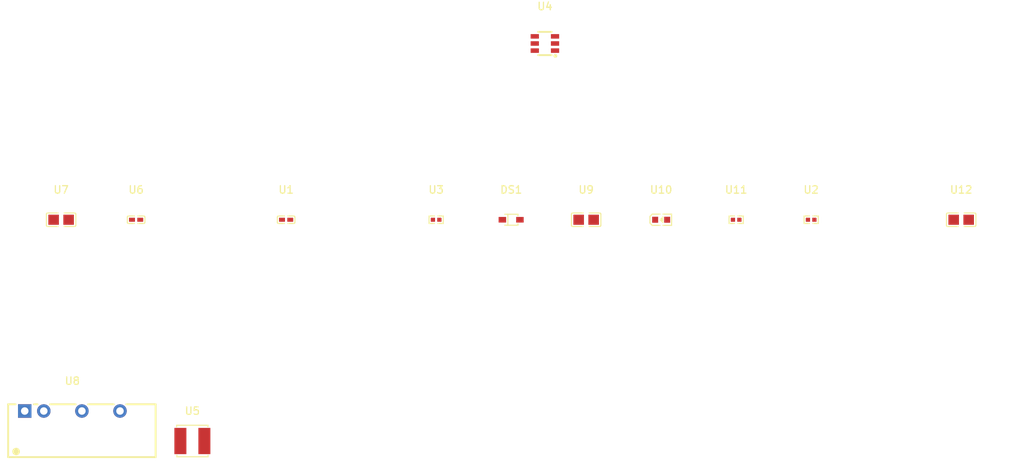
<source format=kicad_pcb>
(kicad_pcb (version 20240108) (generator "pcbnew") (generator_version "8.0")
  (layers (0 "F.Cu" signal) (31 "B.Cu" signal) (34 "B.Paste" user) (35 "F.Paste" user) (36 "B.SilkS" user "B.Silkscreen") (37 "F.SilkS" user "F.Silkscreen") (38 "B.Mask" user) (39 "F.Mask" user) (44 "Edge.Cuts" user))
  (net 0 "")
  (net 1 "gnd-1")
  (net 2 "cathode")
  (net 3 "hv-1")
  (net 4 "cathode-1")
  (net 5 "gnd")
  (net 6 "anode")
  (net 7 "CB")
  (net 8 "hv")
  (net 9 "FB")
  (footprint "atopile:PWRM-TH_BXXXXS-2WR3-d8b2fb" (layer "F.Cu") (at 86.5 90 0)
    (property "Reference" "U8" (at 0 -4 0) (layer "F.SilkS") (hide no))
    (property "Value" "")
    (fp_line (start -8.56 -0.9) (end -8.56 6.15) (stroke (width 0.25)) (layer "F.SilkS"))
    (fp_line (start -8.56 -0.9) (end -7.58 -0.9) (stroke (width 0.25)) (layer "F.SilkS"))
    (fp_line (start -8.56 6.15) (end 11.09 6.15) (stroke (width 0.25)) (layer "F.SilkS"))
    (fp_line (start -5.12 -0.9) (end -4.65 -0.9) (stroke (width 0.25)) (layer "F.SilkS"))
    (fp_line (start -2.97 -0.9) (end 0.43 -0.9) (stroke (width 0.25)) (layer "F.SilkS"))
    (fp_line (start 2.11 -0.9) (end 5.51 -0.9) (stroke (width 0.25)) (layer "F.SilkS"))
    (fp_line (start 7.19 -0.9) (end 11.1 -0.9) (stroke (width 0.25)) (layer "F.SilkS"))
    (fp_line (start 11.1 6.15) (end 11.1 -0.9) (stroke (width 0.25)) (layer "F.SilkS"))
    (fp_circle (center -7.5 5.4) (end -7.25 5.4) (stroke (width 0.5)) (fill none) (layer "F.SilkS"))
    (fp_text user "${REFERENCE}" (at 0 -4 0) (layer "F.SilkS"))
    (pad "1" thru_hole rect (at -6.35 0 0) (size 1.8 1.8) (drill 0.999998) (layers "*.Cu" "*.Mask") (net 3 "hv-1"))
    (pad "2" thru_hole circle (at -3.81 0 0) (size 1.8 1.8) (drill 0.999998) (layers "*.Cu" "*.Mask") (net 5 "gnd"))
    (pad "4" thru_hole circle (at 1.27 0 0) (size 1.8 1.8) (drill 0.999998) (layers "*.Cu" "*.Mask") (net 1 "gnd-1"))
    (pad "6" thru_hole circle (at 6.35 0 0) (size 1.8 1.8) (drill 0.999998) (layers "*.Cu" "*.Mask") (net 6 "anode"))
  )
  (footprint "lib:SOD-323_L1.8-W1.3-LS2.5-RD" (layer "F.Cu") (at 145 64.5 0)
    (property "Reference" "DS1" (at 0 -4 0) (layer "F.SilkS") (hide no))
    (property "Value" "")
    (fp_line (start -0.85 -0.73) (end 0.91 -0.73) (stroke (width 0.15)) (layer "F.SilkS"))
    (fp_line (start -0.85 0.73) (end 0.91 0.73) (stroke (width 0.15)) (layer "F.SilkS"))
    (fp_line (start -0.44 -0.73) (end -0.44 0.73) (stroke (width 0.15)) (layer "F.SilkS"))
    (fp_line (start 0.91 -0.73) (end 0.91 -0.53) (stroke (width 0.15)) (layer "F.SilkS"))
    (fp_line (start 0.91 0.73) (end 0.91 0.52) (stroke (width 0.15)) (layer "F.SilkS"))
    (fp_text user "${REFERENCE}" (at 0 -4 0) (layer "F.SilkS"))
    (pad "1" smd rect (at -1.17 0 0) (size 1 0.75) (layers "F.Cu" "F.Paste" "F.Mask") (net 2 "cathode"))
    (pad "2" smd rect (at 1.17 0 0) (size 1 0.75) (layers "F.Cu" "F.Paste" "F.Mask") (net 5 "gnd"))
  )
  (footprint "lib:LED0603-RD" (layer "F.Cu") (at 165 64.5 0)
    (property "Reference" "U10" (at 0 -4 0) (layer "F.SilkS") (hide no))
    (property "Value" "")
    (fp_line (start -1.49 -0.45) (end -1.19 -0.75) (stroke (width 0.15)) (layer "F.SilkS"))
    (fp_line (start -1.49 -0.35) (end -1.49 -0.45) (stroke (width 0.15)) (layer "F.SilkS"))
    (fp_line (start -1.49 -0.35) (end -1.49 0.35) (stroke (width 0.15)) (layer "F.SilkS"))
    (fp_line (start -1.49 0.35) (end -1.49 0.45) (stroke (width 0.15)) (layer "F.SilkS"))
    (fp_line (start -1.49 0.45) (end -1.19 0.75) (stroke (width 0.15)) (layer "F.SilkS"))
    (fp_line (start -0.14 -0.75) (end -1.19 -0.75) (stroke (width 0.15)) (layer "F.SilkS"))
    (fp_line (start -0.14 0.75) (end -1.19 0.75) (stroke (width 0.15)) (layer "F.SilkS"))
    (fp_line (start 0.21 0.33) (end -0.12 0) (stroke (width 0.15)) (layer "F.SilkS"))
    (fp_line (start 0.22 -0.35) (end 0.22 -0.34) (stroke (width 0.15)) (layer "F.SilkS"))
    (fp_line (start 0.22 -0.35) (end 0.22 0.33) (stroke (width 0.15)) (layer "F.SilkS"))
    (fp_line (start 0.22 -0.34) (end -0.12 0) (stroke (width 0.15)) (layer "F.SilkS"))
    (fp_line (start 0.22 0) (end -0.12 0) (stroke (width 0.15)) (layer "F.SilkS"))
    (fp_line (start 0.22 0.33) (end 0.21 0.33) (stroke (width 0.15)) (layer "F.SilkS"))
    (fp_line (start 0.24 -0.75) (end 1.39 -0.75) (stroke (width 0.15)) (layer "F.SilkS"))
    (fp_line (start 0.24 0.75) (end 1.39 0.75) (stroke (width 0.15)) (layer "F.SilkS"))
    (fp_line (start 1.39 -0.75) (end 1.39 0.73) (stroke (width 0.15)) (layer "F.SilkS"))
    (fp_text user "${REFERENCE}" (at 0 -4 0) (layer "F.SilkS"))
    (pad "1" smd rect (at -0.8 0 90) (size 0.8 0.8) (layers "F.Cu" "F.Paste" "F.Mask") (net 4 "cathode-1"))
    (pad "2" smd rect (at 0.8 0 90) (size 0.8 0.8) (layers "F.Cu" "F.Paste" "F.Mask") (net 6 "anode"))
  )
  (footprint "atopile:C0402-b3ef17" (layer "F.Cu") (at 115 64.5 0)
    (property "Reference" "U1" (at 0 -4 0) (layer "F.SilkS") (hide no))
    (property "Value" "470nF ±20% 16V X5R")
    (fp_line (start -1.17 0.35) (end -1.17 -0.35) (stroke (width 0.15)) (layer "F.SilkS"))
    (fp_line (start -1.02 -0.5) (end -0.23 -0.5) (stroke (width 0.15)) (layer "F.SilkS"))
    (fp_line (start -0.23 0.5) (end -1.02 0.5) (stroke (width 0.15)) (layer "F.SilkS"))
    (fp_line (start 0.23 0.5) (end 1.02 0.5) (stroke (width 0.15)) (layer "F.SilkS"))
    (fp_line (start 1.02 -0.5) (end 0.23 -0.5) (stroke (width 0.15)) (layer "F.SilkS"))
    (fp_line (start 1.17 0.35) (end 1.17 -0.35) (stroke (width 0.15)) (layer "F.SilkS"))
    (fp_arc (start -1.17 -0.35) (mid -1.126066 -0.456066) (end -1.02 -0.5) (stroke (width 0.15)) (layer "F.SilkS"))
    (fp_arc (start -1.02 0.5) (mid -1.126066 0.456066) (end -1.17 0.35) (stroke (width 0.15)) (layer "F.SilkS"))
    (fp_arc (start 1.02 -0.5) (mid 1.126066 -0.456066) (end 1.17 -0.35) (stroke (width 0.15)) (layer "F.SilkS"))
    (fp_arc (start 1.17 0.35) (mid 1.126066 0.456066) (end 1.02 0.5) (stroke (width 0.15)) (layer "F.SilkS"))
    (fp_text user "${REFERENCE}" (at 0 -4 0) (layer "F.SilkS"))
    (pad "1" smd rect (at -0.55 0 0) (size 0.79 0.54) (layers "F.Cu" "F.Paste" "F.Mask") (net 7 "CB"))
    (pad "2" smd rect (at 0.55 0 0) (size 0.79 0.54) (layers "F.Cu" "F.Paste" "F.Mask") (net 2 "cathode"))
  )
  (footprint "lib:SOT-23-6_L2.9-W1.6-P0.95-LS2.8-BR" (layer "F.Cu") (at 149.5 41 0)
    (property "Reference" "U4" (at 0 -4.95 0) (layer "F.SilkS") (hide no))
    (property "Value" "")
    (fp_line (start -0.9 -1.55) (end 0.9 -1.55) (stroke (width 0.25)) (layer "F.SilkS"))
    (fp_line (start -0.9 1.55) (end 0.9 1.55) (stroke (width 0.25)) (layer "F.SilkS"))
    (fp_circle (center 1.4 1.65) (end 1.53 1.65) (stroke (width 0.25)) (fill none) (layer "F.SilkS"))
    (fp_text user "${REFERENCE}" (at 0 -4.95 0) (layer "F.SilkS"))
    (pad "1" smd rect (at 1.35 0.95 0) (size 1.1 0.6) (layers "F.Cu" "F.Paste" "F.Mask") (net 7 "CB"))
    (pad "2" smd rect (at 1.35 0 0) (size 1.1 0.6) (layers "F.Cu" "F.Paste" "F.Mask") (net 5 "gnd"))
    (pad "3" smd rect (at 1.35 -0.95 0) (size 1.1 0.6) (layers "F.Cu" "F.Paste" "F.Mask") (net 9 "FB"))
    (pad "4" smd rect (at -1.35 -0.95 0) (size 1.1 0.6) (layers "F.Cu" "F.Paste" "F.Mask") (net 3 "hv-1"))
    (pad "5" smd rect (at -1.35 0 0) (size 1.1 0.6) (layers "F.Cu" "F.Paste" "F.Mask") (net 3 "hv-1"))
    (pad "6" smd rect (at -1.35 0.95 0) (size 1.1 0.6) (layers "F.Cu" "F.Paste" "F.Mask") (net 2 "cathode"))
  )
  (footprint "atopile:C0805-3b2e55" (layer "F.Cu") (at 85 64.5 0)
    (property "Reference" "U7" (at 0 -4 0) (layer "F.SilkS") (hide no))
    (property "Value" "10µF ±10% 25V X5R")
    (fp_line (start -1.96 0.75) (end -1.96 -0.75) (stroke (width 0.15)) (layer "F.SilkS"))
    (fp_line (start -1.81 -0.9) (end -0.4 -0.9) (stroke (width 0.15)) (layer "F.SilkS"))
    (fp_line (start -0.4 0.9) (end -1.81 0.9) (stroke (width 0.15)) (layer "F.SilkS"))
    (fp_line (start 0.4 0.9) (end 1.81 0.9) (stroke (width 0.15)) (layer "F.SilkS"))
    (fp_line (start 1.81 -0.9) (end 0.4 -0.9) (stroke (width 0.15)) (layer "F.SilkS"))
    (fp_line (start 1.96 0.75) (end 1.96 -0.75) (stroke (width 0.15)) (layer "F.SilkS"))
    (fp_arc (start -1.96 -0.75) (mid -1.916066 -0.856066) (end -1.81 -0.9) (stroke (width 0.15)) (layer "F.SilkS"))
    (fp_arc (start -1.81 0.9) (mid -1.916066 0.856066) (end -1.96 0.75) (stroke (width 0.15)) (layer "F.SilkS"))
    (fp_arc (start 1.81 -0.9) (mid 1.916066 -0.856066) (end 1.96 -0.75) (stroke (width 0.15)) (layer "F.SilkS"))
    (fp_arc (start 1.96 0.75) (mid 1.916066 0.856066) (end 1.81 0.9) (stroke (width 0.15)) (layer "F.SilkS"))
    (fp_text user "${REFERENCE}" (at 0 -4 0) (layer "F.SilkS"))
    (pad "1" smd rect (at -1 0 0) (size 1.41 1.35) (layers "F.Cu" "F.Paste" "F.Mask") (net 8 "hv"))
    (pad "2" smd rect (at 1 0 0) (size 1.41 1.35) (layers "F.Cu" "F.Paste" "F.Mask") (net 5 "gnd"))
  )
  (footprint "atopile:R0402-56259e" (layer "F.Cu") (at 175 64.5 0)
    (property "Reference" "U11" (at 0 -4 0) (layer "F.SilkS") (hide no))
    (property "Value" "1kΩ ±1% 62.5mW")
    (fp_line (start -0.94 -0.5) (end -0.23 -0.5) (stroke (width 0.15)) (layer "F.SilkS"))
    (fp_line (start -0.94 0.5) (end -0.94 -0.5) (stroke (width 0.15)) (layer "F.SilkS"))
    (fp_line (start -0.23 0.5) (end -0.94 0.5) (stroke (width 0.15)) (layer "F.SilkS"))
    (fp_line (start 0.23 0.5) (end 0.94 0.5) (stroke (width 0.15)) (layer "F.SilkS"))
    (fp_line (start 0.94 -0.5) (end 0.23 -0.5) (stroke (width 0.15)) (layer "F.SilkS"))
    (fp_line (start 0.94 0.5) (end 0.94 -0.5) (stroke (width 0.15)) (layer "F.SilkS"))
    (fp_text user "${REFERENCE}" (at 0 -4 0) (layer "F.SilkS"))
    (pad "1" smd rect (at -0.43 0 0) (size 0.57 0.54) (layers "F.Cu" "F.Paste" "F.Mask") (net 4 "cathode-1"))
    (pad "2" smd rect (at 0.43 0 0) (size 0.57 0.54) (layers "F.Cu" "F.Paste" "F.Mask") (net 1 "gnd-1"))
  )
  (footprint "atopile:C0402-b3ef17" (layer "F.Cu") (at 95 64.5 0)
    (property "Reference" "U6" (at 0 -4 0) (layer "F.SilkS") (hide no))
    (property "Value" "2.2µF ±20% 6.3V X5R")
    (fp_line (start -1.17 0.35) (end -1.17 -0.35) (stroke (width 0.15)) (layer "F.SilkS"))
    (fp_line (start -1.02 -0.5) (end -0.23 -0.5) (stroke (width 0.15)) (layer "F.SilkS"))
    (fp_line (start -0.23 0.5) (end -1.02 0.5) (stroke (width 0.15)) (layer "F.SilkS"))
    (fp_line (start 0.23 0.5) (end 1.02 0.5) (stroke (width 0.15)) (layer "F.SilkS"))
    (fp_line (start 1.02 -0.5) (end 0.23 -0.5) (stroke (width 0.15)) (layer "F.SilkS"))
    (fp_line (start 1.17 0.35) (end 1.17 -0.35) (stroke (width 0.15)) (layer "F.SilkS"))
    (fp_arc (start -1.17 -0.35) (mid -1.126066 -0.456066) (end -1.02 -0.5) (stroke (width 0.15)) (layer "F.SilkS"))
    (fp_arc (start -1.02 0.5) (mid -1.126066 0.456066) (end -1.17 0.35) (stroke (width 0.15)) (layer "F.SilkS"))
    (fp_arc (start 1.02 -0.5) (mid 1.126066 -0.456066) (end 1.17 -0.35) (stroke (width 0.15)) (layer "F.SilkS"))
    (fp_arc (start 1.17 0.35) (mid 1.126066 0.456066) (end 1.02 0.5) (stroke (width 0.15)) (layer "F.SilkS"))
    (fp_text user "${REFERENCE}" (at 0 -4 0) (layer "F.SilkS"))
    (pad "1" smd rect (at -0.55 0 0) (size 0.79 0.54) (layers "F.Cu" "F.Paste" "F.Mask") (net 3 "hv-1"))
    (pad "2" smd rect (at 0.55 0 0) (size 0.79 0.54) (layers "F.Cu" "F.Paste" "F.Mask") (net 5 "gnd"))
  )
  (footprint "atopile:C0805-3b2e55" (layer "F.Cu") (at 155 64.5 0)
    (property "Reference" "U9" (at 0 -4 0) (layer "F.SilkS") (hide no))
    (property "Value" "2.2µF ±10% 25V X7R")
    (fp_line (start -1.96 0.75) (end -1.96 -0.75) (stroke (width 0.15)) (layer "F.SilkS"))
    (fp_line (start -1.81 -0.9) (end -0.4 -0.9) (stroke (width 0.15)) (layer "F.SilkS"))
    (fp_line (start -0.4 0.9) (end -1.81 0.9) (stroke (width 0.15)) (layer "F.SilkS"))
    (fp_line (start 0.4 0.9) (end 1.81 0.9) (stroke (width 0.15)) (layer "F.SilkS"))
    (fp_line (start 1.81 -0.9) (end 0.4 -0.9) (stroke (width 0.15)) (layer "F.SilkS"))
    (fp_line (start 1.96 0.75) (end 1.96 -0.75) (stroke (width 0.15)) (layer "F.SilkS"))
    (fp_arc (start -1.96 -0.75) (mid -1.916066 -0.856066) (end -1.81 -0.9) (stroke (width 0.15)) (layer "F.SilkS"))
    (fp_arc (start -1.81 0.9) (mid -1.916066 0.856066) (end -1.96 0.75) (stroke (width 0.15)) (layer "F.SilkS"))
    (fp_arc (start 1.81 -0.9) (mid 1.916066 -0.856066) (end 1.96 -0.75) (stroke (width 0.15)) (layer "F.SilkS"))
    (fp_arc (start 1.96 0.75) (mid 1.916066 0.856066) (end 1.81 0.9) (stroke (width 0.15)) (layer "F.SilkS"))
    (fp_text user "${REFERENCE}" (at 0 -4 0) (layer "F.SilkS"))
    (pad "1" smd rect (at -1 0 0) (size 1.41 1.35) (layers "F.Cu" "F.Paste" "F.Mask") (net 3 "hv-1"))
    (pad "2" smd rect (at 1 0 0) (size 1.41 1.35) (layers "F.Cu" "F.Paste" "F.Mask") (net 5 "gnd"))
  )
  (footprint "atopile:R0402-56259e" (layer "F.Cu") (at 135 64.5 0)
    (property "Reference" "U3" (at 0 -4 0) (layer "F.SilkS") (hide no))
    (property "Value" "1kΩ ±1% 62.5mW")
    (fp_line (start -0.94 -0.5) (end -0.23 -0.5) (stroke (width 0.15)) (layer "F.SilkS"))
    (fp_line (start -0.94 0.5) (end -0.94 -0.5) (stroke (width 0.15)) (layer "F.SilkS"))
    (fp_line (start -0.23 0.5) (end -0.94 0.5) (stroke (width 0.15)) (layer "F.SilkS"))
    (fp_line (start 0.23 0.5) (end 0.94 0.5) (stroke (width 0.15)) (layer "F.SilkS"))
    (fp_line (start 0.94 -0.5) (end 0.23 -0.5) (stroke (width 0.15)) (layer "F.SilkS"))
    (fp_line (start 0.94 0.5) (end 0.94 -0.5) (stroke (width 0.15)) (layer "F.SilkS"))
    (fp_text user "${REFERENCE}" (at 0 -4 0) (layer "F.SilkS"))
    (pad "1" smd rect (at -0.43 0 0) (size 0.57 0.54) (layers "F.Cu" "F.Paste" "F.Mask") (net 8 "hv"))
    (pad "2" smd rect (at 0.43 0 0) (size 0.57 0.54) (layers "F.Cu" "F.Paste" "F.Mask") (net 9 "FB"))
  )
  (footprint "atopile:R0402-56259e" (layer "F.Cu") (at 185 64.5 0)
    (property "Reference" "U2" (at 0 -4 0) (layer "F.SilkS") (hide no))
    (property "Value" "1kΩ ±1% 62.5mW")
    (fp_line (start -0.94 -0.5) (end -0.23 -0.5) (stroke (width 0.15)) (layer "F.SilkS"))
    (fp_line (start -0.94 0.5) (end -0.94 -0.5) (stroke (width 0.15)) (layer "F.SilkS"))
    (fp_line (start -0.23 0.5) (end -0.94 0.5) (stroke (width 0.15)) (layer "F.SilkS"))
    (fp_line (start 0.23 0.5) (end 0.94 0.5) (stroke (width 0.15)) (layer "F.SilkS"))
    (fp_line (start 0.94 -0.5) (end 0.23 -0.5) (stroke (width 0.15)) (layer "F.SilkS"))
    (fp_line (start 0.94 0.5) (end 0.94 -0.5) (stroke (width 0.15)) (layer "F.SilkS"))
    (fp_text user "${REFERENCE}" (at 0 -4 0) (layer "F.SilkS"))
    (pad "1" smd rect (at -0.43 0 0) (size 0.57 0.54) (layers "F.Cu" "F.Paste" "F.Mask") (net 9 "FB"))
    (pad "2" smd rect (at 0.43 0 0) (size 0.57 0.54) (layers "F.Cu" "F.Paste" "F.Mask") (net 5 "gnd"))
  )
  (footprint "lib:IND-SMD_L4.0-W4.0" (layer "F.Cu") (at 102.5 94 0)
    (property "Reference" "U5" (at 0 -4 0) (layer "F.SilkS") (hide no))
    (property "Value" "")
    (fp_line (start -2.09 -2.1) (end -2.09 -1.88) (stroke (width 0.15)) (layer "F.SilkS"))
    (fp_line (start -2.06 1.89) (end -2.06 2.1) (stroke (width 0.15)) (layer "F.SilkS"))
    (fp_line (start -2.06 2.1) (end 2.09 2.1) (stroke (width 0.15)) (layer "F.SilkS"))
    (fp_line (start 2.07 -1.9) (end 2.08 -2.1) (stroke (width 0.15)) (layer "F.SilkS"))
    (fp_line (start 2.08 -2.1) (end -2.09 -2.1) (stroke (width 0.15)) (layer "F.SilkS"))
    (fp_line (start 2.09 2.1) (end 2.09 1.9) (stroke (width 0.15)) (layer "F.SilkS"))
    (fp_text user "${REFERENCE}" (at 0 -4 0) (layer "F.SilkS"))
    (pad "1" smd rect (at -1.6 0 0) (size 1.6 3.5) (layers "F.Cu" "F.Paste" "F.Mask") (net 2 "cathode"))
    (pad "2" smd rect (at 1.6 0 0) (size 1.6 3.5) (layers "F.Cu" "F.Paste" "F.Mask") (net 8 "hv"))
  )
  (footprint "atopile:C0805-3b2e55" (layer "F.Cu") (at 205 64.5 0)
    (property "Reference" "U12" (at 0 -4 0) (layer "F.SilkS") (hide no))
    (property "Value" "2.2µF ±10% 25V X7R")
    (fp_line (start -1.96 0.75) (end -1.96 -0.75) (stroke (width 0.15)) (layer "F.SilkS"))
    (fp_line (start -1.81 -0.9) (end -0.4 -0.9) (stroke (width 0.15)) (layer "F.SilkS"))
    (fp_line (start -0.4 0.9) (end -1.81 0.9) (stroke (width 0.15)) (layer "F.SilkS"))
    (fp_line (start 0.4 0.9) (end 1.81 0.9) (stroke (width 0.15)) (layer "F.SilkS"))
    (fp_line (start 1.81 -0.9) (end 0.4 -0.9) (stroke (width 0.15)) (layer "F.SilkS"))
    (fp_line (start 1.96 0.75) (end 1.96 -0.75) (stroke (width 0.15)) (layer "F.SilkS"))
    (fp_arc (start -1.96 -0.75) (mid -1.916066 -0.856066) (end -1.81 -0.9) (stroke (width 0.15)) (layer "F.SilkS"))
    (fp_arc (start -1.81 0.9) (mid -1.916066 0.856066) (end -1.96 0.75) (stroke (width 0.15)) (layer "F.SilkS"))
    (fp_arc (start 1.81 -0.9) (mid 1.916066 -0.856066) (end 1.96 -0.75) (stroke (width 0.15)) (layer "F.SilkS"))
    (fp_arc (start 1.96 0.75) (mid 1.916066 0.856066) (end 1.81 0.9) (stroke (width 0.15)) (layer "F.SilkS"))
    (fp_text user "${REFERENCE}" (at 0 -4 0) (layer "F.SilkS"))
    (pad "1" smd rect (at -1 0 0) (size 1.41 1.35) (layers "F.Cu" "F.Paste" "F.Mask") (net 6 "anode"))
    (pad "2" smd rect (at 1 0 0) (size 1.41 1.35) (layers "F.Cu" "F.Paste" "F.Mask") (net 1 "gnd-1"))
  )
)
</source>
